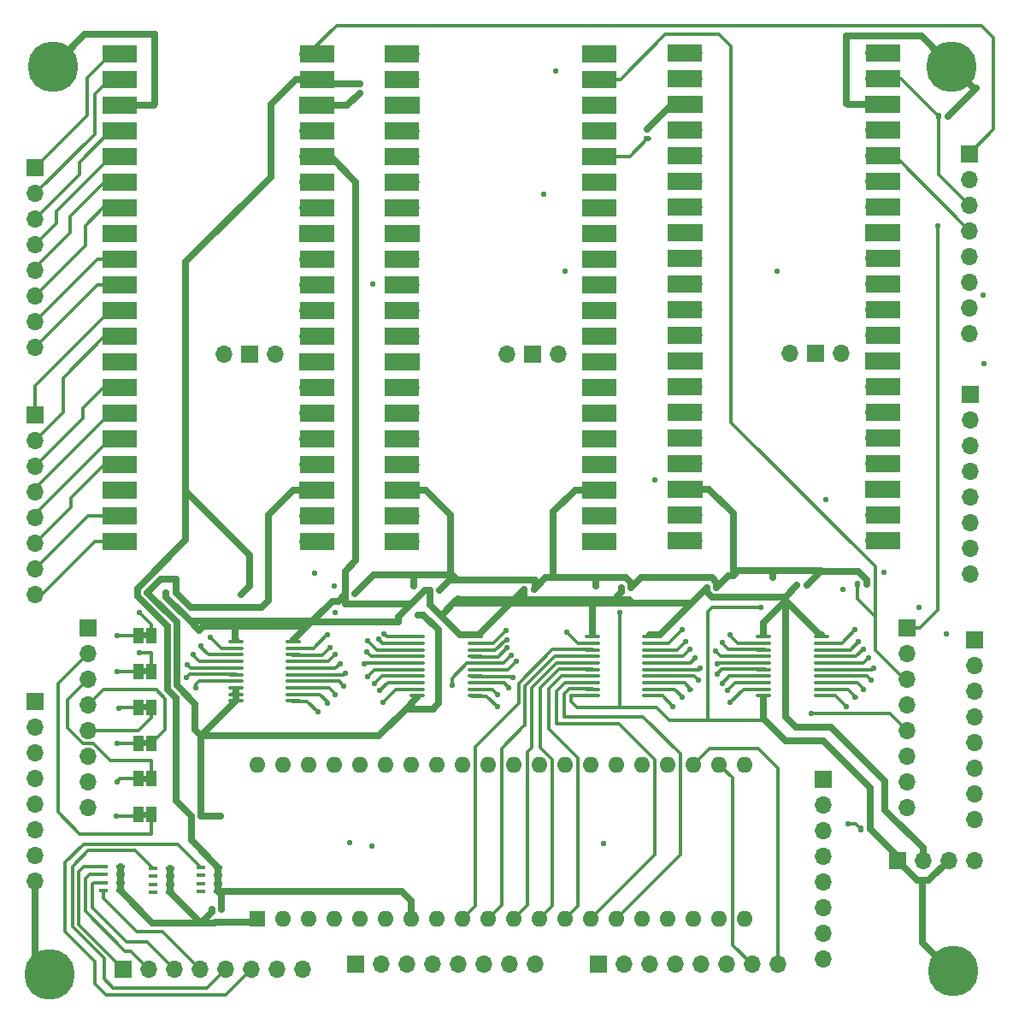
<source format=gtl>
G04 #@! TF.GenerationSoftware,KiCad,Pcbnew,7.0.11-7.0.11~ubuntu22.04.1*
G04 #@! TF.CreationDate,2024-09-18T23:24:04-04:00*
G04 #@! TF.ProjectId,tfr903d,74667239-3033-4642-9e6b-696361645f70,2024-09-18*
G04 #@! TF.SameCoordinates,Original*
G04 #@! TF.FileFunction,Copper,L1,Top*
G04 #@! TF.FilePolarity,Positive*
%FSLAX46Y46*%
G04 Gerber Fmt 4.6, Leading zero omitted, Abs format (unit mm)*
G04 Created by KiCad (PCBNEW 7.0.11-7.0.11~ubuntu22.04.1) date 2024-09-18 23:24:04*
%MOMM*%
%LPD*%
G01*
G04 APERTURE LIST*
G04 Aperture macros list*
%AMRoundRect*
0 Rectangle with rounded corners*
0 $1 Rounding radius*
0 $2 $3 $4 $5 $6 $7 $8 $9 X,Y pos of 4 corners*
0 Add a 4 corners polygon primitive as box body*
4,1,4,$2,$3,$4,$5,$6,$7,$8,$9,$2,$3,0*
0 Add four circle primitives for the rounded corners*
1,1,$1+$1,$2,$3*
1,1,$1+$1,$4,$5*
1,1,$1+$1,$6,$7*
1,1,$1+$1,$8,$9*
0 Add four rect primitives between the rounded corners*
20,1,$1+$1,$2,$3,$4,$5,0*
20,1,$1+$1,$4,$5,$6,$7,0*
20,1,$1+$1,$6,$7,$8,$9,0*
20,1,$1+$1,$8,$9,$2,$3,0*%
G04 Aperture macros list end*
G04 #@! TA.AperFunction,SMDPad,CuDef*
%ADD10RoundRect,0.140000X0.170000X-0.140000X0.170000X0.140000X-0.170000X0.140000X-0.170000X-0.140000X0*%
G04 #@! TD*
G04 #@! TA.AperFunction,SMDPad,CuDef*
%ADD11RoundRect,0.140000X-0.140000X-0.170000X0.140000X-0.170000X0.140000X0.170000X-0.140000X0.170000X0*%
G04 #@! TD*
G04 #@! TA.AperFunction,SMDPad,CuDef*
%ADD12R,1.000000X1.500000*%
G04 #@! TD*
G04 #@! TA.AperFunction,SMDPad,CuDef*
%ADD13R,0.900000X0.400000*%
G04 #@! TD*
G04 #@! TA.AperFunction,ComponentPad*
%ADD14O,1.700000X1.700000*%
G04 #@! TD*
G04 #@! TA.AperFunction,SMDPad,CuDef*
%ADD15R,3.500000X1.700000*%
G04 #@! TD*
G04 #@! TA.AperFunction,ComponentPad*
%ADD16R,1.700000X1.700000*%
G04 #@! TD*
G04 #@! TA.AperFunction,SMDPad,CuDef*
%ADD17RoundRect,0.100000X-0.637500X-0.100000X0.637500X-0.100000X0.637500X0.100000X-0.637500X0.100000X0*%
G04 #@! TD*
G04 #@! TA.AperFunction,ComponentPad*
%ADD18C,5.000000*%
G04 #@! TD*
G04 #@! TA.AperFunction,ComponentPad*
%ADD19R,1.600000X1.600000*%
G04 #@! TD*
G04 #@! TA.AperFunction,ComponentPad*
%ADD20O,1.600000X1.600000*%
G04 #@! TD*
G04 #@! TA.AperFunction,SMDPad,CuDef*
%ADD21RoundRect,0.140000X-0.170000X0.140000X-0.170000X-0.140000X0.170000X-0.140000X0.170000X0.140000X0*%
G04 #@! TD*
G04 #@! TA.AperFunction,SMDPad,CuDef*
%ADD22RoundRect,0.140000X0.140000X0.170000X-0.140000X0.170000X-0.140000X-0.170000X0.140000X-0.170000X0*%
G04 #@! TD*
G04 #@! TA.AperFunction,ViaPad*
%ADD23C,0.558800*%
G04 #@! TD*
G04 #@! TA.AperFunction,Conductor*
%ADD24C,0.635000*%
G04 #@! TD*
G04 #@! TA.AperFunction,Conductor*
%ADD25C,0.317600*%
G04 #@! TD*
G04 APERTURE END LIST*
G04 #@! TA.AperFunction,EtchedComponent*
G36*
X64900000Y-122500000D02*
G01*
X64400000Y-122500000D01*
X64400000Y-121900000D01*
X64900000Y-121900000D01*
X64900000Y-122500000D01*
G37*
G04 #@! TD.AperFunction*
G04 #@! TA.AperFunction,EtchedComponent*
G36*
X64900000Y-111850000D02*
G01*
X64400000Y-111850000D01*
X64400000Y-111250000D01*
X64900000Y-111250000D01*
X64900000Y-111850000D01*
G37*
G04 #@! TD.AperFunction*
G04 #@! TA.AperFunction,EtchedComponent*
G36*
X64900000Y-115400000D02*
G01*
X64400000Y-115400000D01*
X64400000Y-114800000D01*
X64900000Y-114800000D01*
X64900000Y-115400000D01*
G37*
G04 #@! TD.AperFunction*
G04 #@! TA.AperFunction,EtchedComponent*
G36*
X64900000Y-129600000D02*
G01*
X64400000Y-129600000D01*
X64400000Y-129000000D01*
X64900000Y-129000000D01*
X64900000Y-129600000D01*
G37*
G04 #@! TD.AperFunction*
G04 #@! TA.AperFunction,EtchedComponent*
G36*
X64900000Y-118950000D02*
G01*
X64400000Y-118950000D01*
X64400000Y-118350000D01*
X64900000Y-118350000D01*
X64900000Y-118950000D01*
G37*
G04 #@! TD.AperFunction*
G04 #@! TA.AperFunction,EtchedComponent*
G36*
X64900000Y-126050000D02*
G01*
X64400000Y-126050000D01*
X64400000Y-125450000D01*
X64900000Y-125450000D01*
X64900000Y-126050000D01*
G37*
G04 #@! TD.AperFunction*
D10*
X114400000Y-62400000D03*
X114400000Y-61440000D03*
D11*
X102220000Y-107000000D03*
X103180000Y-107000000D03*
D12*
X64000000Y-122200000D03*
X65300000Y-122200000D03*
D13*
X65450000Y-134600000D03*
X65450000Y-135400000D03*
X65450000Y-136200000D03*
X65450000Y-137000000D03*
X67150000Y-137000000D03*
X67150000Y-136200000D03*
X67150000Y-135400000D03*
X67150000Y-134600000D03*
D11*
X69240000Y-129400000D03*
X70200000Y-129400000D03*
D14*
X90995000Y-53960000D03*
D15*
X90095000Y-53960000D03*
D14*
X90995000Y-56500000D03*
D15*
X90095000Y-56500000D03*
D16*
X90995000Y-59040000D03*
D15*
X90095000Y-59040000D03*
D14*
X90995000Y-61580000D03*
D15*
X90095000Y-61580000D03*
D14*
X90995000Y-64120000D03*
D15*
X90095000Y-64120000D03*
D14*
X90995000Y-66660000D03*
D15*
X90095000Y-66660000D03*
D14*
X90995000Y-69200000D03*
D15*
X90095000Y-69200000D03*
D16*
X90995000Y-71740000D03*
D15*
X90095000Y-71740000D03*
D14*
X90995000Y-74280000D03*
D15*
X90095000Y-74280000D03*
D14*
X90995000Y-76820000D03*
D15*
X90095000Y-76820000D03*
D14*
X90995000Y-79360000D03*
D15*
X90095000Y-79360000D03*
D14*
X90995000Y-81900000D03*
D15*
X90095000Y-81900000D03*
D16*
X90995000Y-84440000D03*
D15*
X90095000Y-84440000D03*
D14*
X90995000Y-86980000D03*
D15*
X90095000Y-86980000D03*
D14*
X90995000Y-89520000D03*
D15*
X90095000Y-89520000D03*
D14*
X90995000Y-92060000D03*
D15*
X90095000Y-92060000D03*
D14*
X90995000Y-94600000D03*
D15*
X90095000Y-94600000D03*
D16*
X90995000Y-97140000D03*
D15*
X90095000Y-97140000D03*
D14*
X90995000Y-99680000D03*
D15*
X90095000Y-99680000D03*
D14*
X90995000Y-102220000D03*
D15*
X90095000Y-102220000D03*
D14*
X108775000Y-102220000D03*
D15*
X109675000Y-102220000D03*
D14*
X108775000Y-99680000D03*
D15*
X109675000Y-99680000D03*
D16*
X108775000Y-97140000D03*
D15*
X109675000Y-97140000D03*
D14*
X108775000Y-94600000D03*
D15*
X109675000Y-94600000D03*
D14*
X108775000Y-92060000D03*
D15*
X109675000Y-92060000D03*
D14*
X108775000Y-89520000D03*
D15*
X109675000Y-89520000D03*
D14*
X108775000Y-86980000D03*
D15*
X109675000Y-86980000D03*
D16*
X108775000Y-84440000D03*
D15*
X109675000Y-84440000D03*
D14*
X108775000Y-81900000D03*
D15*
X109675000Y-81900000D03*
D14*
X108775000Y-79360000D03*
D15*
X109675000Y-79360000D03*
D14*
X108775000Y-76820000D03*
D15*
X109675000Y-76820000D03*
D14*
X108775000Y-74280000D03*
D15*
X109675000Y-74280000D03*
D16*
X108775000Y-71740000D03*
D15*
X109675000Y-71740000D03*
D14*
X108775000Y-69200000D03*
D15*
X109675000Y-69200000D03*
D14*
X108775000Y-66660000D03*
D15*
X109675000Y-66660000D03*
D14*
X108775000Y-64120000D03*
D15*
X109675000Y-64120000D03*
D14*
X108775000Y-61580000D03*
D15*
X109675000Y-61580000D03*
D16*
X108775000Y-59040000D03*
D15*
X109675000Y-59040000D03*
D14*
X108775000Y-56500000D03*
D15*
X109675000Y-56500000D03*
D14*
X108775000Y-53960000D03*
D15*
X109675000Y-53960000D03*
D14*
X100469100Y-83690000D03*
D16*
X103009100Y-83690000D03*
D14*
X105549100Y-83690000D03*
D16*
X53800000Y-118080000D03*
D14*
X53800000Y-120620000D03*
X53800000Y-123160000D03*
X53800000Y-125700000D03*
X53800000Y-128240000D03*
X53800000Y-130780000D03*
X53800000Y-133320000D03*
X53800000Y-135860000D03*
D16*
X140100000Y-110800000D03*
D14*
X140100000Y-113340000D03*
X140100000Y-115880000D03*
X140100000Y-118420000D03*
X140100000Y-120960000D03*
X140100000Y-123500000D03*
X140100000Y-126040000D03*
X140100000Y-128580000D03*
D17*
X73637500Y-112175000D03*
X73637500Y-112825000D03*
X73637500Y-113475000D03*
X73637500Y-114125000D03*
X73637500Y-114775000D03*
X73637500Y-115425000D03*
X73637500Y-116075000D03*
X73637500Y-116725000D03*
X73637500Y-117375000D03*
X73637500Y-118025000D03*
X79362500Y-118025000D03*
X79362500Y-117375000D03*
X79362500Y-116725000D03*
X79362500Y-116075000D03*
X79362500Y-115425000D03*
X79362500Y-114775000D03*
X79362500Y-114125000D03*
X79362500Y-113475000D03*
X79362500Y-112825000D03*
X79362500Y-112175000D03*
D16*
X62485000Y-144600000D03*
D14*
X65025000Y-144600000D03*
X67565000Y-144600000D03*
X70105000Y-144600000D03*
X72645000Y-144600000D03*
X75185000Y-144600000D03*
X77725000Y-144600000D03*
X80265000Y-144600000D03*
D18*
X55195900Y-145095900D03*
D12*
X64000000Y-111550000D03*
X65300000Y-111550000D03*
D16*
X146300000Y-63880000D03*
D14*
X146300000Y-66420000D03*
X146300000Y-68960000D03*
X146300000Y-71500000D03*
X146300000Y-74040000D03*
X146300000Y-76580000D03*
X146300000Y-79120000D03*
X146300000Y-81660000D03*
D18*
X144565000Y-55240000D03*
D13*
X70200000Y-134500000D03*
X70200000Y-135300000D03*
X70200000Y-136100000D03*
X70200000Y-136900000D03*
X71900000Y-136900000D03*
X71900000Y-136100000D03*
X71900000Y-135300000D03*
X71900000Y-134500000D03*
D11*
X135520000Y-130700000D03*
X136480000Y-130700000D03*
D16*
X53790000Y-65240000D03*
D14*
X53790000Y-67780000D03*
X53790000Y-70320000D03*
X53790000Y-72860000D03*
X53790000Y-75400000D03*
X53790000Y-77940000D03*
X53790000Y-80480000D03*
X53790000Y-83020000D03*
D17*
X91637500Y-111675000D03*
X91637500Y-112325000D03*
X91637500Y-112975000D03*
X91637500Y-113625000D03*
X91637500Y-114275000D03*
X91637500Y-114925000D03*
X91637500Y-115575000D03*
X91637500Y-116225000D03*
X91637500Y-116875000D03*
X91637500Y-117525000D03*
X97362500Y-117525000D03*
X97362500Y-116875000D03*
X97362500Y-116225000D03*
X97362500Y-115575000D03*
X97362500Y-114925000D03*
X97362500Y-114275000D03*
X97362500Y-113625000D03*
X97362500Y-112975000D03*
X97362500Y-112325000D03*
X97362500Y-111675000D03*
X125937500Y-111675000D03*
X125937500Y-112325000D03*
X125937500Y-112975000D03*
X125937500Y-113625000D03*
X125937500Y-114275000D03*
X125937500Y-114925000D03*
X125937500Y-115575000D03*
X125937500Y-116225000D03*
X125937500Y-116875000D03*
X125937500Y-117525000D03*
X131662500Y-117525000D03*
X131662500Y-116875000D03*
X131662500Y-116225000D03*
X131662500Y-115575000D03*
X131662500Y-114925000D03*
X131662500Y-114275000D03*
X131662500Y-113625000D03*
X131662500Y-112975000D03*
X131662500Y-112325000D03*
X131662500Y-111675000D03*
D16*
X146800000Y-111980000D03*
D14*
X146800000Y-114520000D03*
X146800000Y-117060000D03*
X146800000Y-119600000D03*
X146800000Y-122140000D03*
X146800000Y-124680000D03*
X146800000Y-127220000D03*
X146800000Y-129760000D03*
D16*
X131800000Y-125780000D03*
D14*
X131800000Y-128320000D03*
X131800000Y-130860000D03*
X131800000Y-133400000D03*
X131800000Y-135940000D03*
X131800000Y-138480000D03*
X131800000Y-141020000D03*
X131800000Y-143560000D03*
D11*
X84500000Y-107400000D03*
X85460000Y-107400000D03*
D13*
X60500000Y-134400000D03*
X60500000Y-135200000D03*
X60500000Y-136000000D03*
X60500000Y-136800000D03*
X62200000Y-136800000D03*
X62200000Y-136000000D03*
X62200000Y-135200000D03*
X62200000Y-134400000D03*
D16*
X139180000Y-133800000D03*
D14*
X141720000Y-133800000D03*
X144260000Y-133800000D03*
X146800000Y-133800000D03*
D19*
X75805000Y-139575000D03*
D20*
X78345000Y-139575000D03*
X80885000Y-139575000D03*
X83425000Y-139575000D03*
X85965000Y-139575000D03*
X88505000Y-139575000D03*
X91045000Y-139575000D03*
X93585000Y-139575000D03*
X96125000Y-139575000D03*
X98665000Y-139575000D03*
X101205000Y-139575000D03*
X103745000Y-139575000D03*
X106285000Y-139575000D03*
X108825000Y-139575000D03*
X111365000Y-139575000D03*
X113905000Y-139575000D03*
X116445000Y-139575000D03*
X118985000Y-139575000D03*
X121525000Y-139575000D03*
X124065000Y-139575000D03*
X124065000Y-124335000D03*
X121525000Y-124335000D03*
X118985000Y-124335000D03*
X116445000Y-124335000D03*
X113905000Y-124335000D03*
X111365000Y-124335000D03*
X108825000Y-124335000D03*
X106285000Y-124335000D03*
X103745000Y-124335000D03*
X101205000Y-124335000D03*
X98665000Y-124335000D03*
X96125000Y-124335000D03*
X93585000Y-124335000D03*
X91045000Y-124335000D03*
X88505000Y-124335000D03*
X85965000Y-124335000D03*
X83425000Y-124335000D03*
X80885000Y-124335000D03*
X78345000Y-124335000D03*
X75805000Y-124335000D03*
D14*
X119035000Y-53940000D03*
D15*
X118135000Y-53940000D03*
D14*
X119035000Y-56480000D03*
D15*
X118135000Y-56480000D03*
D16*
X119035000Y-59020000D03*
D15*
X118135000Y-59020000D03*
D14*
X119035000Y-61560000D03*
D15*
X118135000Y-61560000D03*
D14*
X119035000Y-64100000D03*
D15*
X118135000Y-64100000D03*
D14*
X119035000Y-66640000D03*
D15*
X118135000Y-66640000D03*
D14*
X119035000Y-69180000D03*
D15*
X118135000Y-69180000D03*
D16*
X119035000Y-71720000D03*
D15*
X118135000Y-71720000D03*
D14*
X119035000Y-74260000D03*
D15*
X118135000Y-74260000D03*
D14*
X119035000Y-76800000D03*
D15*
X118135000Y-76800000D03*
D14*
X119035000Y-79340000D03*
D15*
X118135000Y-79340000D03*
D14*
X119035000Y-81880000D03*
D15*
X118135000Y-81880000D03*
D16*
X119035000Y-84420000D03*
D15*
X118135000Y-84420000D03*
D14*
X119035000Y-86960000D03*
D15*
X118135000Y-86960000D03*
D14*
X119035000Y-89500000D03*
D15*
X118135000Y-89500000D03*
D14*
X119035000Y-92040000D03*
D15*
X118135000Y-92040000D03*
D14*
X119035000Y-94580000D03*
D15*
X118135000Y-94580000D03*
D16*
X119035000Y-97120000D03*
D15*
X118135000Y-97120000D03*
D14*
X119035000Y-99660000D03*
D15*
X118135000Y-99660000D03*
D14*
X119035000Y-102200000D03*
D15*
X118135000Y-102200000D03*
D14*
X136815000Y-102200000D03*
D15*
X137715000Y-102200000D03*
D14*
X136815000Y-99660000D03*
D15*
X137715000Y-99660000D03*
D16*
X136815000Y-97120000D03*
D15*
X137715000Y-97120000D03*
D14*
X136815000Y-94580000D03*
D15*
X137715000Y-94580000D03*
D14*
X136815000Y-92040000D03*
D15*
X137715000Y-92040000D03*
D14*
X136815000Y-89500000D03*
D15*
X137715000Y-89500000D03*
D14*
X136815000Y-86960000D03*
D15*
X137715000Y-86960000D03*
D16*
X136815000Y-84420000D03*
D15*
X137715000Y-84420000D03*
D14*
X136815000Y-81880000D03*
D15*
X137715000Y-81880000D03*
D14*
X136815000Y-79340000D03*
D15*
X137715000Y-79340000D03*
D14*
X136815000Y-76800000D03*
D15*
X137715000Y-76800000D03*
D14*
X136815000Y-74260000D03*
D15*
X137715000Y-74260000D03*
D16*
X136815000Y-71720000D03*
D15*
X137715000Y-71720000D03*
D14*
X136815000Y-69180000D03*
D15*
X137715000Y-69180000D03*
D14*
X136815000Y-66640000D03*
D15*
X137715000Y-66640000D03*
D14*
X136815000Y-64100000D03*
D15*
X137715000Y-64100000D03*
D14*
X136815000Y-61560000D03*
D15*
X137715000Y-61560000D03*
D16*
X136815000Y-59020000D03*
D15*
X137715000Y-59020000D03*
D14*
X136815000Y-56480000D03*
D15*
X137715000Y-56480000D03*
D14*
X136815000Y-53940000D03*
D15*
X137715000Y-53940000D03*
D14*
X128509100Y-83670000D03*
D16*
X131049100Y-83670000D03*
D14*
X133589100Y-83670000D03*
D16*
X109525000Y-144100000D03*
D14*
X112065000Y-144100000D03*
X114605000Y-144100000D03*
X117145000Y-144100000D03*
X119685000Y-144100000D03*
X122225000Y-144100000D03*
X124765000Y-144100000D03*
X127305000Y-144100000D03*
D11*
X129240000Y-106600000D03*
X130200000Y-106600000D03*
D12*
X64000000Y-115100000D03*
X65300000Y-115100000D03*
D11*
X66740000Y-107300000D03*
X67700000Y-107300000D03*
X135200000Y-106500000D03*
X136160000Y-106500000D03*
D16*
X53790000Y-89710000D03*
D14*
X53790000Y-92250000D03*
X53790000Y-94790000D03*
X53790000Y-97330000D03*
X53790000Y-99870000D03*
X53790000Y-102410000D03*
X53790000Y-104950000D03*
X53790000Y-107490000D03*
D21*
X85900000Y-56920000D03*
X85900000Y-57880000D03*
D16*
X85525000Y-144100000D03*
D14*
X88065000Y-144100000D03*
X90605000Y-144100000D03*
X93145000Y-144100000D03*
X95685000Y-144100000D03*
X98225000Y-144100000D03*
X100765000Y-144100000D03*
X103305000Y-144100000D03*
D11*
X120320000Y-106800000D03*
X121280000Y-106800000D03*
X111840000Y-106800000D03*
X112800000Y-106800000D03*
X143240000Y-60200000D03*
X144200000Y-60200000D03*
D18*
X55505900Y-55234100D03*
X144735000Y-144760000D03*
D12*
X64000000Y-129300000D03*
X65300000Y-129300000D03*
X64000000Y-118650000D03*
X65300000Y-118650000D03*
D22*
X72230000Y-138650000D03*
X71270000Y-138650000D03*
D16*
X59000000Y-110820000D03*
D14*
X59000000Y-113360000D03*
X59000000Y-115900000D03*
X59000000Y-118440000D03*
X59000000Y-120980000D03*
X59000000Y-123520000D03*
X59000000Y-126060000D03*
X59000000Y-128600000D03*
D11*
X92840000Y-107100000D03*
X93800000Y-107100000D03*
D14*
X63020000Y-54020000D03*
D15*
X62120000Y-54020000D03*
D14*
X63020000Y-56560000D03*
D15*
X62120000Y-56560000D03*
D16*
X63020000Y-59100000D03*
D15*
X62120000Y-59100000D03*
D14*
X63020000Y-61640000D03*
D15*
X62120000Y-61640000D03*
D14*
X63020000Y-64180000D03*
D15*
X62120000Y-64180000D03*
D14*
X63020000Y-66720000D03*
D15*
X62120000Y-66720000D03*
D14*
X63020000Y-69260000D03*
D15*
X62120000Y-69260000D03*
D16*
X63020000Y-71800000D03*
D15*
X62120000Y-71800000D03*
D14*
X63020000Y-74340000D03*
D15*
X62120000Y-74340000D03*
D14*
X63020000Y-76880000D03*
D15*
X62120000Y-76880000D03*
D14*
X63020000Y-79420000D03*
D15*
X62120000Y-79420000D03*
D14*
X63020000Y-81960000D03*
D15*
X62120000Y-81960000D03*
D16*
X63020000Y-84500000D03*
D15*
X62120000Y-84500000D03*
D14*
X63020000Y-87040000D03*
D15*
X62120000Y-87040000D03*
D14*
X63020000Y-89580000D03*
D15*
X62120000Y-89580000D03*
D14*
X63020000Y-92120000D03*
D15*
X62120000Y-92120000D03*
D14*
X63020000Y-94660000D03*
D15*
X62120000Y-94660000D03*
D16*
X63020000Y-97200000D03*
D15*
X62120000Y-97200000D03*
D14*
X63020000Y-99740000D03*
D15*
X62120000Y-99740000D03*
D14*
X63020000Y-102280000D03*
D15*
X62120000Y-102280000D03*
D14*
X80800000Y-102280000D03*
D15*
X81700000Y-102280000D03*
D14*
X80800000Y-99740000D03*
D15*
X81700000Y-99740000D03*
D16*
X80800000Y-97200000D03*
D15*
X81700000Y-97200000D03*
D14*
X80800000Y-94660000D03*
D15*
X81700000Y-94660000D03*
D14*
X80800000Y-92120000D03*
D15*
X81700000Y-92120000D03*
D14*
X80800000Y-89580000D03*
D15*
X81700000Y-89580000D03*
D14*
X80800000Y-87040000D03*
D15*
X81700000Y-87040000D03*
D16*
X80800000Y-84500000D03*
D15*
X81700000Y-84500000D03*
D14*
X80800000Y-81960000D03*
D15*
X81700000Y-81960000D03*
D14*
X80800000Y-79420000D03*
D15*
X81700000Y-79420000D03*
D14*
X80800000Y-76880000D03*
D15*
X81700000Y-76880000D03*
D14*
X80800000Y-74340000D03*
D15*
X81700000Y-74340000D03*
D16*
X80800000Y-71800000D03*
D15*
X81700000Y-71800000D03*
D14*
X80800000Y-69260000D03*
D15*
X81700000Y-69260000D03*
D14*
X80800000Y-66720000D03*
D15*
X81700000Y-66720000D03*
D14*
X80800000Y-64180000D03*
D15*
X81700000Y-64180000D03*
D14*
X80800000Y-61640000D03*
D15*
X81700000Y-61640000D03*
D16*
X80800000Y-59100000D03*
D15*
X81700000Y-59100000D03*
D14*
X80800000Y-56560000D03*
D15*
X81700000Y-56560000D03*
D14*
X80800000Y-54020000D03*
D15*
X81700000Y-54020000D03*
D14*
X72494100Y-83750000D03*
D16*
X75034100Y-83750000D03*
D14*
X77574100Y-83750000D03*
D16*
X146400000Y-87720000D03*
D14*
X146400000Y-90260000D03*
X146400000Y-92800000D03*
X146400000Y-95340000D03*
X146400000Y-97880000D03*
X146400000Y-100420000D03*
X146400000Y-102960000D03*
X146400000Y-105500000D03*
D17*
X108925000Y-111675000D03*
X108925000Y-112325000D03*
X108925000Y-112975000D03*
X108925000Y-113625000D03*
X108925000Y-114275000D03*
X108925000Y-114925000D03*
X108925000Y-115575000D03*
X108925000Y-116225000D03*
X108925000Y-116875000D03*
X108925000Y-117525000D03*
X114650000Y-117525000D03*
X114650000Y-116875000D03*
X114650000Y-116225000D03*
X114650000Y-115575000D03*
X114650000Y-114925000D03*
X114650000Y-114275000D03*
X114650000Y-113625000D03*
X114650000Y-112975000D03*
X114650000Y-112325000D03*
X114650000Y-111675000D03*
D12*
X64000000Y-125750000D03*
X65300000Y-125750000D03*
D23*
X74150000Y-107500000D03*
X72100000Y-129400000D03*
X125650000Y-108800000D03*
X109300000Y-106700000D03*
X111650000Y-109302500D03*
X91250000Y-106650000D03*
X126850000Y-105850000D03*
X91700000Y-109500000D03*
X115151600Y-96185700D03*
X134320800Y-130182500D03*
X127225400Y-75530000D03*
X141294100Y-108807100D03*
X118156000Y-112194000D03*
X100471000Y-111967000D03*
X105350000Y-55650000D03*
X100540000Y-112782000D03*
X118650000Y-112900000D03*
X119150000Y-113800000D03*
X83358600Y-106661900D03*
X100918000Y-113505000D03*
X95050000Y-116450000D03*
X119650000Y-114800000D03*
X101415000Y-114148000D03*
X87214600Y-76746600D03*
X104109400Y-67922800D03*
X101066000Y-115682000D03*
X119450000Y-116000000D03*
X118650000Y-116900000D03*
X100693000Y-116707800D03*
X99550000Y-117400000D03*
X117850000Y-117700000D03*
X106242800Y-75542800D03*
X99531200Y-118607800D03*
X116950000Y-118600000D03*
X135300000Y-112200000D03*
X82987500Y-112725000D03*
X132092200Y-98098400D03*
X135800000Y-112900000D03*
X83487500Y-113425000D03*
X83987500Y-114325000D03*
X136300000Y-113800000D03*
X136800000Y-114800000D03*
X133802300Y-107029000D03*
X84487500Y-115325000D03*
X136600000Y-116000000D03*
X84287500Y-116525000D03*
X135800000Y-116900000D03*
X83487500Y-117425000D03*
X82687500Y-118225000D03*
X135000000Y-117700000D03*
X81787500Y-119125000D03*
X134100000Y-118600000D03*
X81467900Y-105372700D03*
X87758100Y-111945000D03*
X86700000Y-112050000D03*
X86600000Y-113200000D03*
X86400000Y-114400000D03*
X86660600Y-115639000D03*
X87360600Y-116339000D03*
X87903500Y-117017000D03*
X88200000Y-118200000D03*
X106462000Y-111225000D03*
X122612000Y-111475000D03*
X121812000Y-112275000D03*
X121161400Y-113098499D03*
X121298689Y-114350311D03*
X121312000Y-115375000D03*
X121812000Y-116275000D03*
X122312000Y-116975000D03*
X122612000Y-118175000D03*
X71118800Y-111725000D03*
X70218800Y-112625000D03*
X69418800Y-113425000D03*
X68814400Y-114409000D03*
X68714400Y-115739000D03*
X69650000Y-116750000D03*
X83494900Y-109252600D03*
X88345200Y-111383000D03*
X82687500Y-111525000D03*
X100431000Y-111025000D03*
X135000000Y-111000000D03*
X117850000Y-111000000D03*
X110100000Y-132150000D03*
X143200000Y-71000000D03*
X137873700Y-105332300D03*
X130600000Y-119300000D03*
X147765900Y-84669900D03*
X64050000Y-113250000D03*
X144011000Y-111390700D03*
X64100000Y-109250000D03*
X147633700Y-77844700D03*
X62039460Y-118789460D03*
X61850000Y-122250000D03*
X61869090Y-126046630D03*
X61800000Y-129400000D03*
X87150000Y-132400000D03*
X61907800Y-111542386D03*
X84897800Y-132052000D03*
X61900000Y-115150000D03*
D24*
X71900000Y-135300000D02*
X71900000Y-134500000D01*
X67747500Y-127908000D02*
X69240000Y-129400000D01*
X67747500Y-117774898D02*
X67747500Y-127908000D01*
X75000000Y-103600000D02*
X75000000Y-106650000D01*
X69240000Y-129400000D02*
X69240000Y-131840000D01*
X69240000Y-131840000D02*
X71900000Y-134500000D01*
X91045000Y-139575000D02*
X91045000Y-137845000D01*
X63897500Y-107695000D02*
X66847500Y-110645000D01*
X90100000Y-136900000D02*
X71900000Y-136900000D01*
X71900000Y-136100000D02*
X71900000Y-135300000D01*
X72230000Y-138650000D02*
X72230000Y-137230000D01*
X66847500Y-116874898D02*
X67747500Y-117774898D01*
X68700000Y-97300000D02*
X75000000Y-103600000D01*
X72230000Y-137230000D02*
X71900000Y-136900000D01*
X85900000Y-56920000D02*
X81160000Y-56920000D01*
X79597900Y-56560000D02*
X77150000Y-59007900D01*
X63897500Y-106905000D02*
X63897500Y-107695000D01*
X75000000Y-106650000D02*
X74150000Y-107500000D01*
X68700000Y-97300000D02*
X68700000Y-102103000D01*
X68700000Y-102103000D02*
X63897500Y-106905000D01*
X81160000Y-56920000D02*
X80800000Y-56560000D01*
X66847500Y-110645000D02*
X66847500Y-116874898D01*
X91045000Y-137845000D02*
X90100000Y-136900000D01*
X68700000Y-74600000D02*
X68700000Y-97300000D01*
X71900000Y-136900000D02*
X71900000Y-136100000D01*
X80800000Y-56560000D02*
X79597900Y-56560000D01*
X77150000Y-66150000D02*
X68700000Y-74600000D01*
X77150000Y-59007900D02*
X77150000Y-66150000D01*
X103180000Y-107000000D02*
X104332000Y-105848000D01*
D25*
X120400000Y-109200000D02*
X120800000Y-108800000D01*
X120400000Y-119950000D02*
X125750000Y-119950000D01*
X116600000Y-119950000D02*
X120400000Y-119950000D01*
D24*
X67700000Y-107300000D02*
X67700000Y-105950000D01*
X115750000Y-60090000D02*
X114400000Y-61440000D01*
X67800000Y-116480359D02*
X69637500Y-118317859D01*
D25*
X120400000Y-119950000D02*
X120405700Y-119944300D01*
D24*
X73612500Y-117350000D02*
X73637500Y-117375000D01*
D25*
X120405700Y-109205700D02*
X120400000Y-109200000D01*
D24*
X107290000Y-97140000D02*
X105100000Y-99330000D01*
X66200000Y-105950000D02*
X64850000Y-107300000D01*
X103298000Y-106048000D02*
X103300000Y-106050000D01*
X112800000Y-106350000D02*
X112800000Y-106800000D01*
X71270000Y-138650000D02*
X71270000Y-138880000D01*
D25*
X125750000Y-119950000D02*
X125937500Y-119762500D01*
D24*
X65400000Y-140000000D02*
X70150000Y-140000000D01*
X136815000Y-59020000D02*
X134270000Y-59020000D01*
D25*
X111650000Y-118650000D02*
X111650000Y-109302500D01*
X109044000Y-117525000D02*
X108925000Y-117525000D01*
D24*
X53800000Y-143700000D02*
X55195900Y-145095900D01*
X93800000Y-107100000D02*
X94576700Y-106323700D01*
X94950000Y-105398000D02*
X95600000Y-106048000D01*
X122900000Y-105648000D02*
X123398000Y-105150000D01*
X87837500Y-121462000D02*
X90474926Y-118824926D01*
X122900000Y-99500000D02*
X122900000Y-105648000D01*
D25*
X106881000Y-117525000D02*
X106850000Y-117556000D01*
X108925000Y-117525000D02*
X106881000Y-117525000D01*
D24*
X63020000Y-59100000D02*
X65500000Y-59100000D01*
X67150000Y-137000000D02*
X67150000Y-136200000D01*
X70150000Y-140000000D02*
X71525000Y-140000000D01*
X141650000Y-141950000D02*
X144460000Y-144760000D01*
X70200000Y-129400000D02*
X70200000Y-121462000D01*
X90474926Y-118824926D02*
X91590000Y-117710000D01*
X141650000Y-135800000D02*
X142260000Y-135800000D01*
X67150000Y-135400000D02*
X67150000Y-134600000D01*
D25*
X73656200Y-117350000D02*
X73612500Y-117350000D01*
D24*
X64850000Y-107300000D02*
X67800000Y-110250000D01*
X94852500Y-106048000D02*
X95600000Y-106048000D01*
X134200000Y-52200000D02*
X141000000Y-52200000D01*
X94950000Y-99610000D02*
X94950000Y-105398000D01*
X85900000Y-57880000D02*
X84680000Y-59100000D01*
X62200000Y-135200000D02*
X62200000Y-136000000D01*
X144200000Y-60200000D02*
X146990000Y-57410000D01*
X136160000Y-106050000D02*
X136160000Y-106500000D01*
X120520000Y-97120000D02*
X122900000Y-99500000D01*
D25*
X73700000Y-118025000D02*
X73637500Y-118025000D01*
D24*
X76200000Y-108800000D02*
X76900000Y-108100000D01*
X90995000Y-97140000D02*
X92480000Y-97140000D01*
X71525000Y-140000000D02*
X71625000Y-139900000D01*
X135310000Y-105200000D02*
X136160000Y-106050000D01*
X93175074Y-118824926D02*
X93200000Y-118800000D01*
X69637500Y-118317859D02*
X69637500Y-120900000D01*
X85460000Y-107400000D02*
X87260000Y-105600000D01*
X95600000Y-106048000D02*
X103298000Y-106048000D01*
X105100000Y-105848000D02*
X109300000Y-105848000D01*
X91590000Y-117710000D02*
X91637500Y-117710000D01*
X67150000Y-136200000D02*
X67150000Y-135400000D01*
X134150000Y-52250000D02*
X134200000Y-52200000D01*
X95100000Y-105600000D02*
X95100000Y-105800400D01*
X67700000Y-105950000D02*
X66200000Y-105950000D01*
X134150000Y-58900000D02*
X134150000Y-52250000D01*
X115750000Y-60075000D02*
X115750000Y-60090000D01*
X65650000Y-52050000D02*
X58690000Y-52050000D01*
X93200000Y-118800000D02*
X93700000Y-118300000D01*
X136480000Y-130700000D02*
X136480000Y-126630000D01*
X120777000Y-105848000D02*
X121280000Y-106350000D01*
X70200000Y-129400000D02*
X72100000Y-129400000D01*
X69200000Y-108800000D02*
X76200000Y-108800000D01*
X67800000Y-110250000D02*
X67800000Y-116480359D01*
X126850000Y-105150000D02*
X126850000Y-105850000D01*
X139180000Y-133800000D02*
X139180000Y-133400000D01*
D25*
X107450000Y-118650000D02*
X111650000Y-118650000D01*
D24*
X131800000Y-121950000D02*
X128100000Y-121950000D01*
D25*
X106850000Y-118050000D02*
X107450000Y-118650000D01*
D24*
X125937500Y-119787500D02*
X125937500Y-119762500D01*
X73637500Y-118025000D02*
X73637500Y-117375000D01*
X84680000Y-59100000D02*
X80800000Y-59100000D01*
X90474926Y-118824926D02*
X93175074Y-118824926D01*
X146735000Y-57410000D02*
X144565000Y-55240000D01*
D25*
X106850000Y-117556000D02*
X106850000Y-118050000D01*
D24*
X144460000Y-144760000D02*
X144735000Y-144760000D01*
X91250000Y-105600000D02*
X91250000Y-106650000D01*
X75805000Y-139575000D02*
X75480000Y-139900000D01*
D25*
X125650000Y-108800000D02*
X125700000Y-108800000D01*
D24*
X112800000Y-106800000D02*
X113752000Y-105848000D01*
X139180000Y-133400000D02*
X136480000Y-130700000D01*
X123398000Y-105150000D02*
X126850000Y-105150000D01*
X141180000Y-135800000D02*
X141650000Y-135800000D01*
X69637500Y-120900000D02*
X70200000Y-121462000D01*
X122432000Y-105648000D02*
X122900000Y-105648000D01*
X141000000Y-52200000D02*
X141050000Y-52250000D01*
X91250000Y-105600000D02*
X95100000Y-105600000D01*
X113752000Y-105848000D02*
X120777000Y-105848000D01*
X136480000Y-126630000D02*
X131800000Y-121950000D01*
X67700000Y-107300000D02*
X69200000Y-108800000D01*
X141050000Y-52250000D02*
X141575000Y-52250000D01*
X142260000Y-135800000D02*
X144260000Y-133800000D01*
X121280000Y-106350000D02*
X121280000Y-106800000D01*
X103300000Y-106880000D02*
X103180000Y-107000000D01*
X71270000Y-138880000D02*
X70150000Y-140000000D01*
D25*
X115300000Y-118650000D02*
X116600000Y-119950000D01*
D24*
X93700000Y-118300000D02*
X93700000Y-111000000D01*
X141650000Y-135800000D02*
X141650000Y-141950000D01*
X53800000Y-135860000D02*
X53800000Y-143700000D01*
X131550000Y-105150000D02*
X131600000Y-105200000D01*
X75480000Y-139900000D02*
X71625000Y-139900000D01*
X134270000Y-59020000D02*
X134150000Y-58900000D01*
X126850000Y-105150000D02*
X131550000Y-105150000D01*
X95100000Y-105800400D02*
X94576700Y-106323700D01*
D25*
X120405700Y-119944300D02*
X120405700Y-109205700D01*
D24*
X58690000Y-52050000D02*
X55505900Y-55234100D01*
X70200000Y-121462000D02*
X87837500Y-121462000D01*
X76900000Y-99615000D02*
X79315000Y-97200000D01*
X93700000Y-111000000D02*
X92200000Y-109500000D01*
X92480000Y-97140000D02*
X94950000Y-99610000D01*
X112297000Y-105848000D02*
X112800000Y-106350000D01*
X87260000Y-105600000D02*
X91250000Y-105600000D01*
X92200000Y-109500000D02*
X91700000Y-109500000D01*
D25*
X120800000Y-108800000D02*
X125650000Y-108800000D01*
D24*
X105100000Y-99330000D02*
X105100000Y-105848000D01*
D25*
X111650000Y-118650000D02*
X115300000Y-118650000D01*
D24*
X104332000Y-105848000D02*
X105100000Y-105848000D01*
X65650000Y-58950000D02*
X65650000Y-52050000D01*
X121280000Y-106800000D02*
X122432000Y-105648000D01*
X109300000Y-105848000D02*
X109300000Y-106700000D01*
X130200000Y-106600000D02*
X131600000Y-105200000D01*
X139180000Y-133800000D02*
X141180000Y-135800000D01*
X73637500Y-117375000D02*
X73637500Y-116910000D01*
X79315000Y-97200000D02*
X80800000Y-97200000D01*
X131600000Y-105200000D02*
X135310000Y-105200000D01*
X62200000Y-136800000D02*
X65400000Y-140000000D01*
X146990000Y-57410000D02*
X146735000Y-57410000D01*
X119035000Y-59020000D02*
X116805000Y-59020000D01*
X62200000Y-134400000D02*
X62200000Y-135200000D01*
X103300000Y-106050000D02*
X103300000Y-106880000D01*
X62200000Y-136000000D02*
X62200000Y-136800000D01*
X94576700Y-106323700D02*
X94852500Y-106048000D01*
X128100000Y-121950000D02*
X125937500Y-119787500D01*
X125937500Y-119762500D02*
X125937500Y-117710000D01*
X119035000Y-97120000D02*
X120520000Y-97120000D01*
X91700000Y-109500000D02*
X91850000Y-109500000D01*
X70150000Y-140000000D02*
X67150000Y-137000000D01*
X108775000Y-97140000D02*
X107290000Y-97140000D01*
X65500000Y-59100000D02*
X65650000Y-58950000D01*
X76900000Y-99615000D02*
X76900000Y-108100000D01*
X141575000Y-52250000D02*
X144565000Y-55240000D01*
X109300000Y-105848000D02*
X112297000Y-105848000D01*
X70200000Y-121462000D02*
X73637500Y-118025000D01*
X116805000Y-59020000D02*
X115750000Y-60075000D01*
X109000000Y-108000000D02*
X109000000Y-111490000D01*
X114651000Y-111490000D02*
X114650500Y-111490000D01*
X128095000Y-108108000D02*
X131478000Y-111490000D01*
X114652000Y-111490000D02*
X114651000Y-111490000D01*
X118770000Y-108350000D02*
X119368000Y-107752000D01*
X128095000Y-108108000D02*
X125938000Y-110265000D01*
X83030000Y-64180000D02*
X85550000Y-66700000D01*
X114665400Y-111490000D02*
X114657700Y-111490000D01*
X112940000Y-108350000D02*
X95500000Y-108350000D01*
X125938000Y-110265000D02*
X125938000Y-111490000D01*
X131478000Y-111490000D02*
X131662000Y-111490000D01*
X137950000Y-128827919D02*
X141720000Y-132597919D01*
X89750000Y-110250000D02*
X89750000Y-109700000D01*
X114650100Y-111490000D02*
X114650000Y-111490000D01*
X128095000Y-107745000D02*
X129240000Y-106600000D01*
X83202200Y-108150000D02*
X80726200Y-110626000D01*
X128095000Y-107745000D02*
X128095000Y-108108000D01*
X120320000Y-106800000D02*
X120320000Y-107250000D01*
X128095000Y-108108000D02*
X128095000Y-119595000D01*
X111400000Y-108000000D02*
X112590000Y-108000000D01*
X73550000Y-110626000D02*
X80726200Y-110626000D01*
X102220000Y-108000000D02*
X95750000Y-108000000D01*
X111400000Y-108000000D02*
X111400000Y-107690000D01*
X81102200Y-110250000D02*
X81007164Y-110154964D01*
X102220000Y-107000000D02*
X102220000Y-108000000D01*
X84500000Y-107450000D02*
X83800000Y-108150000D01*
X128088000Y-107752000D02*
X128095000Y-107745000D01*
X95750000Y-108000000D02*
X95650000Y-107900000D01*
X109000000Y-111490000D02*
X108925000Y-111490000D01*
X115630000Y-111490000D02*
X115140000Y-111490000D01*
X120823000Y-107752000D02*
X128088000Y-107752000D01*
X129100000Y-120600000D02*
X132600000Y-120600000D01*
X94025000Y-109675000D02*
X95840000Y-111490000D01*
X114650500Y-111490000D02*
X114650300Y-111490000D01*
X111400000Y-107690000D02*
X111840000Y-107250000D01*
X95350000Y-108200000D02*
X94025000Y-109525000D01*
X80726200Y-110626000D02*
X81102200Y-110250000D01*
X94025000Y-109525000D02*
X94025000Y-109675000D01*
X114711300Y-111490000D02*
X114680700Y-111490000D01*
X91050000Y-108400000D02*
X92350000Y-107100000D01*
X89750000Y-109700000D02*
X91050000Y-108400000D01*
X81007164Y-110154964D02*
X69145036Y-110154964D01*
X95500000Y-108350000D02*
X95350000Y-108200000D01*
X141720000Y-132597919D02*
X141720000Y-133800000D01*
X70045100Y-111055000D02*
X70473800Y-110626000D01*
X92840000Y-107100000D02*
X92840000Y-108490000D01*
X69145036Y-110154964D02*
X70045100Y-111055000D01*
X92840000Y-108490000D02*
X94025000Y-109675000D01*
X73550000Y-111990000D02*
X73637500Y-111990000D01*
X114657700Y-111490000D02*
X114653900Y-111490000D01*
X132600000Y-120600000D02*
X137950000Y-125950000D01*
X114895000Y-111490000D02*
X114772500Y-111490000D01*
X119375000Y-107745000D02*
X119368000Y-107752000D01*
X81102200Y-110250000D02*
X89750000Y-110250000D01*
X114653900Y-111490000D02*
X114652000Y-111490000D01*
X119368000Y-107752000D02*
X119375000Y-107745000D01*
X73550000Y-110626000D02*
X73550000Y-111990000D01*
X80800000Y-64180000D02*
X83030000Y-64180000D01*
X97730000Y-111490000D02*
X102220000Y-107000000D01*
X70473800Y-110626000D02*
X73550000Y-110626000D01*
X84500000Y-107400000D02*
X84500000Y-107450000D01*
X111840000Y-107250000D02*
X111840000Y-106800000D01*
X128095000Y-119595000D02*
X129100000Y-120600000D01*
X85550000Y-66700000D02*
X85550000Y-104150000D01*
X114650200Y-111490000D02*
X114650100Y-111490000D01*
X84500000Y-108400000D02*
X91050000Y-108400000D01*
X66740000Y-107750000D02*
X69145036Y-110154964D01*
X114680700Y-111490000D02*
X114665400Y-111490000D01*
X92350000Y-107100000D02*
X92840000Y-107100000D01*
X84500000Y-107400000D02*
X84500000Y-108400000D01*
X115140000Y-111490000D02*
X114895000Y-111490000D01*
X84500000Y-105200000D02*
X84500000Y-107400000D01*
X112590000Y-108000000D02*
X112940000Y-108350000D01*
X66740000Y-107300000D02*
X66740000Y-107750000D01*
X120320000Y-107250000D02*
X120823000Y-107752000D01*
X112940000Y-108350000D02*
X118770000Y-108350000D01*
X95840000Y-111490000D02*
X97730000Y-111490000D01*
X137950000Y-125950000D02*
X137950000Y-128827919D01*
X114772500Y-111490000D02*
X114711300Y-111490000D01*
X114650300Y-111490000D02*
X114650200Y-111490000D01*
X109000000Y-108000000D02*
X111400000Y-108000000D01*
X85550000Y-104150000D02*
X84500000Y-105200000D01*
X111840000Y-106800000D02*
X111840000Y-107157000D01*
X119368000Y-107752000D02*
X115630000Y-111490000D01*
X83800000Y-108150000D02*
X83202200Y-108150000D01*
X102220000Y-108000000D02*
X109000000Y-108000000D01*
X80726200Y-110626000D02*
X79362500Y-111990000D01*
X95650000Y-107900000D02*
X95350000Y-108200000D01*
X119375000Y-107745000D02*
X120320000Y-106800000D01*
D25*
X122700000Y-53250000D02*
X121500000Y-52050000D01*
X136975000Y-113025000D02*
X139830000Y-115880000D01*
X116200000Y-52050000D02*
X111750000Y-56500000D01*
X135200000Y-106500000D02*
X135200000Y-106810000D01*
X135200000Y-107950000D02*
X136975000Y-109725000D01*
X135200000Y-106500000D02*
X135200000Y-107950000D01*
X136975000Y-109725000D02*
X136975000Y-104725000D01*
X121500000Y-52050000D02*
X116200000Y-52050000D01*
X136975000Y-109725000D02*
X136975000Y-113025000D01*
X111750000Y-56500000D02*
X108775000Y-56500000D01*
X122700000Y-90450000D02*
X122700000Y-53250000D01*
X136975000Y-104725000D02*
X122700000Y-90450000D01*
X139830000Y-115880000D02*
X140100000Y-115880000D01*
X112680000Y-64120000D02*
X114400000Y-62400000D01*
X114625000Y-62400000D02*
X114400000Y-62400000D01*
X108775000Y-64120000D02*
X112680000Y-64120000D01*
X143240000Y-60200000D02*
X139520000Y-56480000D01*
X139520000Y-56480000D02*
X136815000Y-56480000D01*
X146300000Y-68960000D02*
X143240000Y-65900000D01*
X143240000Y-65900000D02*
X143240000Y-60200000D01*
X138900000Y-64100000D02*
X146300000Y-71500000D01*
X135002500Y-130182500D02*
X135520000Y-130700000D01*
X134320800Y-130182500D02*
X135002500Y-130182500D01*
X136815000Y-64100000D02*
X138900000Y-64100000D01*
X100375000Y-111967000D02*
X100471000Y-111967000D01*
X58950000Y-60080000D02*
X58950000Y-56357200D01*
X96993800Y-113000000D02*
X97387500Y-113000000D01*
X114650000Y-112975000D02*
X117375000Y-112975000D01*
X97387500Y-113000000D02*
X99342500Y-113000000D01*
X117375000Y-112975000D02*
X118156000Y-112194000D01*
X99342500Y-113000000D02*
X100375000Y-111967000D01*
X97387500Y-113000000D02*
X97362500Y-112975000D01*
X53790000Y-65240000D02*
X58950000Y-60080000D01*
X61287200Y-54020000D02*
X63020000Y-54020000D01*
X58950000Y-56357200D02*
X61287200Y-54020000D01*
X114412000Y-112975000D02*
X114650000Y-112975000D01*
X117925000Y-113625000D02*
X118650000Y-112900000D01*
X61107500Y-56560000D02*
X63020000Y-56560000D01*
X59650000Y-61920000D02*
X59650000Y-58017500D01*
X97387500Y-113650000D02*
X97362500Y-113625000D01*
X53790000Y-67780000D02*
X59650000Y-61920000D01*
X114650000Y-113625000D02*
X117925000Y-113625000D01*
X59650000Y-58017500D02*
X61107500Y-56560000D01*
X96993800Y-113650000D02*
X97387500Y-113650000D01*
X99671400Y-113650000D02*
X100540000Y-112782000D01*
X114412000Y-113625000D02*
X114650000Y-113625000D01*
X97387500Y-113650000D02*
X99671400Y-113650000D01*
X53790000Y-70320000D02*
X58150000Y-65960000D01*
X61234500Y-61640000D02*
X63020000Y-61640000D01*
X58150000Y-64724500D02*
X61234500Y-61640000D01*
X97387500Y-114300000D02*
X96522020Y-114300000D01*
X114650000Y-114275000D02*
X118675000Y-114275000D01*
X118675000Y-114275000D02*
X119150000Y-113800000D01*
X97387500Y-114300000D02*
X100123000Y-114300000D01*
X114412000Y-114275000D02*
X114650000Y-114275000D01*
X97387500Y-114300000D02*
X97362500Y-114275000D01*
X58150000Y-65960000D02*
X58150000Y-64724500D01*
X96522020Y-114300000D02*
X95050000Y-115772020D01*
X100123000Y-114300000D02*
X100918000Y-113505000D01*
X95050000Y-115772020D02*
X95050000Y-116450000D01*
X114650000Y-114925000D02*
X119525000Y-114925000D01*
X53790000Y-72860000D02*
X55900000Y-70750000D01*
X114412000Y-114925000D02*
X114650000Y-114925000D01*
X55900000Y-70750000D02*
X55900000Y-69550000D01*
X119525000Y-114925000D02*
X119650000Y-114800000D01*
X96993800Y-114950000D02*
X97387500Y-114950000D01*
X97387500Y-114950000D02*
X97362500Y-114925000D01*
X61270000Y-64180000D02*
X63020000Y-64180000D01*
X100613000Y-114950000D02*
X101415000Y-114148000D01*
X55900000Y-69550000D02*
X61270000Y-64180000D01*
X97387500Y-114950000D02*
X100613000Y-114950000D01*
X119450000Y-116000000D02*
X119350000Y-115900000D01*
X114650000Y-115575000D02*
X119025000Y-115575000D01*
X57250000Y-71691800D02*
X57250000Y-70050000D01*
X119025000Y-115575000D02*
X119350000Y-115900000D01*
X96993800Y-115600000D02*
X97387500Y-115600000D01*
X53790000Y-75400000D02*
X53790000Y-75151800D01*
X57250000Y-70050000D02*
X60580000Y-66720000D01*
X53790000Y-75151800D02*
X57250000Y-71691800D01*
X97387500Y-115600000D02*
X97362500Y-115575000D01*
X119350000Y-115900000D02*
X119450000Y-116000000D01*
X114412000Y-115575000D02*
X114650000Y-115575000D01*
X97387500Y-115600000D02*
X100984000Y-115600000D01*
X100984000Y-115600000D02*
X101066000Y-115682000D01*
X60580000Y-66720000D02*
X63020000Y-66720000D01*
X96993800Y-116250000D02*
X97387500Y-116250000D01*
X100235200Y-116250000D02*
X100693000Y-116707800D01*
X97387500Y-116250000D02*
X97362500Y-116225000D01*
X118075000Y-116225000D02*
X118650000Y-116800000D01*
X118650000Y-116900000D02*
X118750000Y-116900000D01*
X118750000Y-116900000D02*
X118650000Y-116800000D01*
X97387500Y-116250000D02*
X100235200Y-116250000D01*
X53790000Y-77940000D02*
X58750000Y-72980000D01*
X114412000Y-116225000D02*
X114650000Y-116225000D01*
X60490000Y-69260000D02*
X63020000Y-69260000D01*
X58750000Y-72980000D02*
X58750000Y-71000000D01*
X118650000Y-116800000D02*
X118650000Y-116900000D01*
X114650000Y-116225000D02*
X118075000Y-116225000D01*
X58750000Y-71000000D02*
X60490000Y-69260000D01*
X117950000Y-117700000D02*
X117850000Y-117600000D01*
X97387500Y-116900000D02*
X99050000Y-116900000D01*
X99050000Y-116900000D02*
X99550000Y-117400000D01*
X97387500Y-116900000D02*
X97362500Y-116875000D01*
X96993800Y-116900000D02*
X97387500Y-116900000D01*
X117850000Y-117600000D02*
X117850000Y-117700000D01*
X114650000Y-116875000D02*
X117125000Y-116875000D01*
X117850000Y-117700000D02*
X117950000Y-117700000D01*
X117125000Y-116875000D02*
X117850000Y-117600000D01*
X59930000Y-74340000D02*
X63020000Y-74340000D01*
X114412000Y-116875000D02*
X114650000Y-116875000D01*
X53790000Y-80480000D02*
X59930000Y-74340000D01*
X53790000Y-83020000D02*
X59930000Y-76880000D01*
X115875000Y-117525000D02*
X116950000Y-118600000D01*
X114650000Y-117525000D02*
X115875000Y-117525000D01*
X98473400Y-117550000D02*
X99531200Y-118607800D01*
X97387500Y-117550000D02*
X97362500Y-117525000D01*
X97387500Y-117550000D02*
X98473400Y-117550000D01*
X114412000Y-117525000D02*
X114650000Y-117525000D01*
X59930000Y-76880000D02*
X63020000Y-76880000D01*
X96993800Y-117550000D02*
X97387500Y-117550000D01*
X82212500Y-113500000D02*
X82987500Y-112725000D01*
X131662500Y-112975000D02*
X134525000Y-112975000D01*
X61234500Y-79420000D02*
X63020000Y-79420000D01*
X53790000Y-86864500D02*
X61234500Y-79420000D01*
X79387500Y-113500000D02*
X79362500Y-113475000D01*
X79250000Y-113500000D02*
X79387500Y-113500000D01*
X134525000Y-112975000D02*
X135300000Y-112200000D01*
X131562000Y-112975000D02*
X131662500Y-112975000D01*
X79387500Y-113500000D02*
X82212500Y-113500000D01*
X53790000Y-89710000D02*
X53790000Y-86864500D01*
X53790000Y-92250000D02*
X56550000Y-89490000D01*
X56550000Y-89490000D02*
X56550000Y-86050000D01*
X79387500Y-114150000D02*
X79362500Y-114125000D01*
X82762500Y-114150000D02*
X83487500Y-113425000D01*
X131662500Y-113625000D02*
X135075000Y-113625000D01*
X79387500Y-114150000D02*
X82762500Y-114150000D01*
X79250000Y-114150000D02*
X79387500Y-114150000D01*
X60640000Y-81960000D02*
X63020000Y-81960000D01*
X135075000Y-113625000D02*
X135800000Y-112900000D01*
X131562000Y-113625000D02*
X131662500Y-113625000D01*
X56550000Y-86050000D02*
X60640000Y-81960000D01*
X53790000Y-94790000D02*
X58500000Y-90080000D01*
X58500000Y-89050000D02*
X60510000Y-87040000D01*
X135825000Y-114275000D02*
X136300000Y-113800000D01*
X60510000Y-87040000D02*
X63020000Y-87040000D01*
X131562000Y-114275000D02*
X131662500Y-114275000D01*
X83512500Y-114800000D02*
X83987500Y-114325000D01*
X79250000Y-114800000D02*
X79387500Y-114800000D01*
X79387500Y-114800000D02*
X79362500Y-114775000D01*
X79387500Y-114800000D02*
X83512500Y-114800000D01*
X131662500Y-114275000D02*
X135825000Y-114275000D01*
X58500000Y-90080000D02*
X58500000Y-89050000D01*
X61234500Y-89580000D02*
X63020000Y-89580000D01*
X84362500Y-115450000D02*
X84487500Y-115325000D01*
X53790000Y-97024500D02*
X61234500Y-89580000D01*
X131562000Y-114925000D02*
X131662500Y-114925000D01*
X136675000Y-114925000D02*
X136800000Y-114800000D01*
X53790000Y-97330000D02*
X53790000Y-97024500D01*
X131662500Y-114925000D02*
X136675000Y-114925000D01*
X79387500Y-115450000D02*
X84362500Y-115450000D01*
X79250000Y-115450000D02*
X79387500Y-115450000D01*
X79387500Y-115450000D02*
X79362500Y-115425000D01*
X53790000Y-99870000D02*
X53790000Y-99564500D01*
X136600000Y-116000000D02*
X136500000Y-115900000D01*
X53790000Y-99564500D02*
X61234500Y-92120000D01*
X83862500Y-116100000D02*
X84187500Y-116425000D01*
X136175000Y-115575000D02*
X136500000Y-115900000D01*
X61234500Y-92120000D02*
X63020000Y-92120000D01*
X84287500Y-116525000D02*
X84187500Y-116425000D01*
X79250000Y-116100000D02*
X79387500Y-116100000D01*
X84187500Y-116425000D02*
X84287500Y-116525000D01*
X79387500Y-116100000D02*
X79362500Y-116075000D01*
X131562000Y-115575000D02*
X131662500Y-115575000D01*
X79387500Y-116100000D02*
X83862500Y-116100000D01*
X136500000Y-115900000D02*
X136600000Y-116000000D01*
X131662500Y-115575000D02*
X136175000Y-115575000D01*
X131562000Y-116225000D02*
X131662500Y-116225000D01*
X53790000Y-102410000D02*
X57350000Y-98850000D01*
X60590000Y-94660000D02*
X63020000Y-94660000D01*
X131662500Y-116225000D02*
X135225000Y-116225000D01*
X83487500Y-117325000D02*
X83487500Y-117425000D01*
X135900000Y-116900000D02*
X135800000Y-116800000D01*
X79387500Y-116750000D02*
X79362500Y-116725000D01*
X57350000Y-98850000D02*
X57350000Y-97900000D01*
X79387500Y-116750000D02*
X82912500Y-116750000D01*
X135800000Y-116800000D02*
X135800000Y-116900000D01*
X83587500Y-117425000D02*
X83487500Y-117325000D01*
X135225000Y-116225000D02*
X135800000Y-116800000D01*
X57350000Y-97900000D02*
X60590000Y-94660000D01*
X83487500Y-117425000D02*
X83587500Y-117425000D01*
X82912500Y-116750000D02*
X83487500Y-117325000D01*
X79250000Y-116750000D02*
X79387500Y-116750000D01*
X135800000Y-116900000D02*
X135900000Y-116900000D01*
X135000000Y-117600000D02*
X135000000Y-117700000D01*
X81962500Y-117400000D02*
X82687500Y-118125000D01*
X82687500Y-118225000D02*
X82787500Y-118225000D01*
X79387500Y-117400000D02*
X81962500Y-117400000D01*
X135000000Y-117700000D02*
X135100000Y-117700000D01*
X79250000Y-117400000D02*
X79387500Y-117400000D01*
X82687500Y-118125000D02*
X82687500Y-118225000D01*
X135100000Y-117700000D02*
X135000000Y-117600000D01*
X131662500Y-116875000D02*
X134275000Y-116875000D01*
X134275000Y-116875000D02*
X135000000Y-117600000D01*
X131562000Y-116875000D02*
X131662500Y-116875000D01*
X53790000Y-104950000D02*
X59000000Y-99740000D01*
X79387500Y-117400000D02*
X79362500Y-117375000D01*
X82787500Y-118225000D02*
X82687500Y-118125000D01*
X59000000Y-99740000D02*
X63020000Y-99740000D01*
X54460000Y-107490000D02*
X59670000Y-102280000D01*
X79387500Y-118050000D02*
X80712500Y-118050000D01*
X133025000Y-117525000D02*
X134100000Y-118600000D01*
X53790000Y-107490000D02*
X54460000Y-107490000D01*
X79250000Y-118050000D02*
X79387500Y-118050000D01*
X80712500Y-118050000D02*
X81787500Y-119125000D01*
X131662500Y-117525000D02*
X133025000Y-117525000D01*
X131562000Y-117525000D02*
X131662500Y-117525000D01*
X79387500Y-118050000D02*
X79362500Y-118025000D01*
X59670000Y-102280000D02*
X63020000Y-102280000D01*
X88137800Y-112325000D02*
X87758100Y-111945000D01*
X91637500Y-112325000D02*
X88137800Y-112325000D01*
X91637500Y-112975000D02*
X87625000Y-112975000D01*
X87625000Y-112975000D02*
X86700000Y-112050000D01*
X86700000Y-113300000D02*
X86600000Y-113200000D01*
X86600000Y-113200000D02*
X86700000Y-113300000D01*
X87025000Y-113625000D02*
X86700000Y-113300000D01*
X91637500Y-113625000D02*
X87025000Y-113625000D01*
X91637500Y-114275000D02*
X86525000Y-114275000D01*
X86525000Y-114275000D02*
X86400000Y-114400000D01*
X87375000Y-114925000D02*
X86660600Y-115639000D01*
X91637500Y-114925000D02*
X87375000Y-114925000D01*
X88125000Y-115575000D02*
X87360600Y-116339000D01*
X91637500Y-115575000D02*
X88125000Y-115575000D01*
X88695200Y-116225000D02*
X87903500Y-117017000D01*
X91637500Y-116225000D02*
X88695200Y-116225000D01*
X88200000Y-118219000D02*
X88143800Y-118275000D01*
X88218800Y-118200000D02*
X88200000Y-118200000D01*
X91681200Y-116900000D02*
X90600000Y-116900000D01*
X88200000Y-118200000D02*
X88200000Y-118219000D01*
X89518800Y-116900000D02*
X88218800Y-118200000D01*
X90600000Y-116900000D02*
X89518800Y-116900000D01*
X107538000Y-112300000D02*
X106462000Y-111225000D01*
X109000000Y-112300000D02*
X107538000Y-112300000D01*
X108900000Y-112950000D02*
X105000000Y-112950000D01*
X105000000Y-112950000D02*
X101650000Y-116300000D01*
X101650000Y-116300000D02*
X101650000Y-118300000D01*
X97337800Y-122612200D02*
X97337800Y-138362200D01*
X109000000Y-112950000D02*
X108900000Y-112950000D01*
X101650000Y-118300000D02*
X97337800Y-122612200D01*
X108900000Y-112950000D02*
X108925000Y-112975000D01*
X97337800Y-138362200D02*
X96125000Y-139575000D01*
X99992200Y-138247800D02*
X98665000Y-139575000D01*
X102250000Y-120500000D02*
X102200000Y-120500000D01*
X102250000Y-116550000D02*
X102250000Y-120500000D01*
X99992200Y-122707800D02*
X99992200Y-138247800D01*
X108900000Y-113600000D02*
X105200000Y-113600000D01*
X102200000Y-120500000D02*
X99992200Y-122707800D01*
X108900000Y-113600000D02*
X108925000Y-113625000D01*
X109000000Y-113600000D02*
X108900000Y-113600000D01*
X105200000Y-113600000D02*
X102250000Y-116550000D01*
X102532200Y-138247800D02*
X101205000Y-139575000D01*
X109000000Y-114250000D02*
X108900000Y-114250000D01*
X105400000Y-114250000D02*
X102950000Y-116700000D01*
X108900000Y-114250000D02*
X108925000Y-114275000D01*
X102950000Y-116700000D02*
X102950000Y-122700000D01*
X102950000Y-122700000D02*
X102532200Y-123117800D01*
X102532200Y-123117800D02*
X102532200Y-138247800D01*
X108900000Y-114250000D02*
X105400000Y-114250000D01*
X103800000Y-116758364D02*
X103800000Y-122675000D01*
X108900000Y-114900000D02*
X105658364Y-114900000D01*
X109000000Y-114900000D02*
X108900000Y-114900000D01*
X104958000Y-138362000D02*
X103745000Y-139575000D01*
X108900000Y-114900000D02*
X108925000Y-114925000D01*
X103800000Y-122675000D02*
X104958000Y-123833000D01*
X105658364Y-114900000D02*
X103800000Y-116758364D01*
X104958000Y-123833000D02*
X104958000Y-138362000D01*
X104650000Y-116800000D02*
X104650000Y-120800000D01*
X108900000Y-115550000D02*
X105900000Y-115550000D01*
X107500000Y-123650000D02*
X107500000Y-138360000D01*
X104650000Y-120800000D02*
X107500000Y-123650000D01*
X105900000Y-115550000D02*
X104650000Y-116800000D01*
X107500000Y-138360000D02*
X106285000Y-139575000D01*
X108900000Y-115550000D02*
X108925000Y-115575000D01*
X109000000Y-115550000D02*
X108900000Y-115550000D01*
X115118000Y-123833000D02*
X115118000Y-133282000D01*
X105400000Y-120300000D02*
X111585000Y-120300000D01*
X105400000Y-117050000D02*
X105400000Y-120300000D01*
X109000000Y-116200000D02*
X108900000Y-116200000D01*
X108900000Y-116200000D02*
X108925000Y-116225000D01*
X108900000Y-116200000D02*
X106250000Y-116200000D01*
X115118000Y-133282000D02*
X108825000Y-139575000D01*
X111585000Y-120300000D02*
X115118000Y-123833000D01*
X106250000Y-116200000D02*
X105400000Y-117050000D01*
X106200000Y-119600000D02*
X114000000Y-119600000D01*
X117658000Y-133282000D02*
X111365000Y-139575000D01*
X114000000Y-119600000D02*
X117658000Y-123258000D01*
X106200000Y-119600000D02*
X106200000Y-117307832D01*
X109000000Y-116850000D02*
X106657832Y-116850000D01*
X117658000Y-123258000D02*
X117658000Y-133282000D01*
X106200000Y-117307832D02*
X106657832Y-116850000D01*
X122512000Y-111475000D02*
X122612000Y-111575000D01*
X122612000Y-111475000D02*
X122512000Y-111475000D01*
X122612000Y-111575000D02*
X122612000Y-111475000D01*
X126050000Y-112300000D02*
X124694000Y-112300000D01*
X124694000Y-112300000D02*
X123338000Y-112300000D01*
X123338000Y-112300000D02*
X122612000Y-111575000D01*
X121812000Y-112275000D02*
X121712000Y-112275000D01*
X122388000Y-112950000D02*
X121812000Y-112375000D01*
X125912500Y-112950000D02*
X125937500Y-112975000D01*
X126050000Y-112950000D02*
X125912500Y-112950000D01*
X121812000Y-112375000D02*
X121812000Y-112275000D01*
X125912500Y-112950000D02*
X122388000Y-112950000D01*
X121712000Y-112275000D02*
X121812000Y-112375000D01*
X125912500Y-113600000D02*
X125937500Y-113625000D01*
X126050000Y-113600000D02*
X125912500Y-113600000D01*
X125912500Y-113600000D02*
X121662901Y-113600000D01*
X121662901Y-113600000D02*
X121161400Y-113098499D01*
X121112000Y-113147899D02*
X121161400Y-113098499D01*
X125912500Y-114250000D02*
X125937500Y-114275000D01*
X121399000Y-114250000D02*
X121298689Y-114350311D01*
X125912500Y-114250000D02*
X121399000Y-114250000D01*
X126050000Y-114250000D02*
X125912500Y-114250000D01*
X125912500Y-114900000D02*
X121788000Y-114900000D01*
X126050000Y-114900000D02*
X125912500Y-114900000D01*
X121788000Y-114900000D02*
X121312000Y-115375000D01*
X125912500Y-114900000D02*
X125937500Y-114925000D01*
X125912500Y-115550000D02*
X122538000Y-115550000D01*
X125912500Y-115550000D02*
X125937500Y-115575000D01*
X122538000Y-115550000D02*
X121812000Y-116275000D01*
X126050000Y-115550000D02*
X125912500Y-115550000D01*
X122852000Y-125662000D02*
X122852000Y-142187000D01*
X123088000Y-116200000D02*
X122312000Y-116975000D01*
X122852000Y-142187000D02*
X124765000Y-144100000D01*
X121525000Y-124335000D02*
X122852000Y-125662000D01*
X125912500Y-116200000D02*
X123088000Y-116200000D01*
X126050000Y-116200000D02*
X125912500Y-116200000D01*
X125912500Y-116200000D02*
X125937500Y-116225000D01*
X122631000Y-118175000D02*
X122612000Y-118175000D01*
X125937500Y-116875000D02*
X123931000Y-116875000D01*
X122612000Y-118194000D02*
X122556000Y-118250000D01*
X123931000Y-116875000D02*
X122631000Y-118175000D01*
X125350000Y-122750000D02*
X127305000Y-124705000D01*
X126094000Y-116875000D02*
X125937500Y-116875000D01*
X122612000Y-118175000D02*
X122612000Y-118194000D01*
X127305000Y-124705000D02*
X127305000Y-144100000D01*
X120570000Y-122750000D02*
X125350000Y-122750000D01*
X118985000Y-124335000D02*
X120570000Y-122750000D01*
X72193800Y-112800000D02*
X71118800Y-111725000D01*
X73656200Y-112800000D02*
X72193800Y-112800000D01*
X70943800Y-113450000D02*
X70218800Y-112725000D01*
X70218800Y-112725000D02*
X70218800Y-112625000D01*
X73612500Y-113450000D02*
X70943800Y-113450000D01*
X73612500Y-113450000D02*
X73637500Y-113475000D01*
X70218800Y-112625000D02*
X70118800Y-112625000D01*
X73656200Y-113450000D02*
X73612500Y-113450000D01*
X70118800Y-112625000D02*
X70218800Y-112725000D01*
X69318800Y-113425000D02*
X69418800Y-113525000D01*
X69418800Y-113525000D02*
X69418800Y-113425000D01*
X69993800Y-114100000D02*
X69418800Y-113525000D01*
X73612500Y-114100000D02*
X69993800Y-114100000D01*
X69418800Y-113425000D02*
X69318800Y-113425000D01*
X73656200Y-114100000D02*
X73612500Y-114100000D01*
X73612500Y-114100000D02*
X73637500Y-114125000D01*
X73612500Y-114750000D02*
X69154900Y-114750000D01*
X68734300Y-114409000D02*
X68814400Y-114409000D01*
X73612500Y-114750000D02*
X73637500Y-114775000D01*
X69154900Y-114750000D02*
X68814400Y-114409000D01*
X68718800Y-114425000D02*
X68734300Y-114409000D01*
X73656200Y-114750000D02*
X73612500Y-114750000D01*
X73612500Y-115400000D02*
X73637500Y-115425000D01*
X69053400Y-115400000D02*
X68714400Y-115739000D01*
X73612500Y-115400000D02*
X69053400Y-115400000D01*
X73656200Y-115400000D02*
X73612500Y-115400000D01*
X69650000Y-116400000D02*
X69650000Y-116750000D01*
X73656200Y-116050000D02*
X70000000Y-116050000D01*
X70000000Y-116050000D02*
X69650000Y-116400000D01*
X65300000Y-131150000D02*
X65250000Y-131200000D01*
X65250000Y-131200000D02*
X58200000Y-131200000D01*
X56050000Y-116310000D02*
X59000000Y-113360000D01*
X56050000Y-129050000D02*
X56050000Y-116310000D01*
X58200000Y-131200000D02*
X56050000Y-129050000D01*
X65300000Y-129300000D02*
X65300000Y-131150000D01*
X59523000Y-122243000D02*
X58477000Y-122243000D01*
X56950000Y-117950000D02*
X59000000Y-115900000D01*
X56950000Y-120716000D02*
X56950000Y-117950000D01*
X61230000Y-123950000D02*
X59523000Y-122243000D01*
X58477000Y-122243000D02*
X56950000Y-120716000D01*
X65300000Y-123950000D02*
X61230000Y-123950000D01*
X65300000Y-125750000D02*
X65300000Y-123950000D01*
X66650000Y-120850000D02*
X66650000Y-117800000D01*
X65300000Y-122200000D02*
X66650000Y-120850000D01*
X66650000Y-117800000D02*
X65750000Y-116900000D01*
X60540000Y-116900000D02*
X59000000Y-118440000D01*
X65750000Y-116900000D02*
X60540000Y-116900000D01*
X64037500Y-120980000D02*
X59000000Y-120980000D01*
X65300000Y-118650000D02*
X65300000Y-119718000D01*
X65300000Y-119718000D02*
X64037500Y-120980000D01*
X91637500Y-111675000D02*
X88637000Y-111675000D01*
X88637000Y-111675000D02*
X88345200Y-111383000D01*
X79362500Y-112825000D02*
X81368800Y-112825000D01*
X100412000Y-111025000D02*
X100431000Y-111025000D01*
X100431000Y-111006000D02*
X100488000Y-110950000D01*
X99112500Y-112325000D02*
X100412000Y-111025000D01*
X97362500Y-112325000D02*
X99112500Y-112325000D01*
X82687500Y-111525000D02*
X82687500Y-111506000D01*
X81368800Y-112825000D02*
X82668800Y-111525000D01*
X82687500Y-111506000D02*
X82743800Y-111450000D01*
X96950000Y-112325000D02*
X97362500Y-112325000D01*
X82668800Y-111525000D02*
X82687500Y-111525000D01*
X100431000Y-111025000D02*
X100431000Y-111006000D01*
X79206200Y-112825000D02*
X79362500Y-112825000D01*
X116531000Y-112300000D02*
X117831000Y-111000000D01*
X117850000Y-111000000D02*
X117850000Y-110981000D01*
X117850000Y-110981000D02*
X117906000Y-110925000D01*
X117831000Y-111000000D02*
X117850000Y-111000000D01*
X135000000Y-111000000D02*
X135000000Y-110981000D01*
X131519000Y-112300000D02*
X132600000Y-112300000D01*
X135000000Y-110981000D02*
X135056000Y-110925000D01*
X134981000Y-111000000D02*
X135000000Y-111000000D01*
X114369000Y-112300000D02*
X116531000Y-112300000D01*
X132600000Y-112300000D02*
X133681000Y-112300000D01*
X133681000Y-112300000D02*
X134981000Y-111000000D01*
X143200000Y-71000000D02*
X143150000Y-71000000D01*
X143162400Y-109002300D02*
X143162400Y-75391731D01*
X141364700Y-110800000D02*
X143162400Y-109002300D01*
X140100000Y-110800000D02*
X141364700Y-110800000D01*
X148700000Y-61480000D02*
X148700000Y-52400000D01*
X83620000Y-51200000D02*
X80800000Y-54020000D01*
X147500000Y-51200000D02*
X83620000Y-51200000D01*
X146300000Y-63880000D02*
X148700000Y-61480000D01*
X143150000Y-75379331D02*
X143200000Y-71000000D01*
X148700000Y-52400000D02*
X147500000Y-51200000D01*
X143162400Y-75391731D02*
X143150000Y-75379331D01*
X65300000Y-115050000D02*
X65300000Y-115100000D01*
X65250000Y-115000000D02*
X65250000Y-113250000D01*
X140100000Y-120960000D02*
X138440000Y-119300000D01*
X65250000Y-115000000D02*
X65300000Y-115050000D01*
X65250000Y-115550000D02*
X65250000Y-115000000D01*
X65250000Y-113250000D02*
X64050000Y-113250000D01*
X138440000Y-119300000D02*
X130600000Y-119300000D01*
X65300000Y-110450000D02*
X64100000Y-109250000D01*
X65300000Y-111550000D02*
X65300000Y-110450000D01*
X58100000Y-140215000D02*
X62485000Y-144600000D01*
X58100000Y-134900000D02*
X58100000Y-140215000D01*
X64000000Y-118650000D02*
X62178920Y-118650000D01*
X58600000Y-134400000D02*
X58100000Y-134900000D01*
X60500000Y-134400000D02*
X58600000Y-134400000D01*
X62178920Y-118650000D02*
X62039460Y-118789460D01*
X60500000Y-135200000D02*
X59200000Y-135200000D01*
X58750000Y-138866400D02*
X62683600Y-142800000D01*
X59200000Y-135200000D02*
X58750000Y-135650000D01*
X63225000Y-142800000D02*
X65025000Y-144600000D01*
X58750000Y-135650000D02*
X58750000Y-138866400D01*
X62683600Y-142800000D02*
X63225000Y-142800000D01*
X60500000Y-136000000D02*
X59600000Y-136000000D01*
X59450000Y-138458700D02*
X62841300Y-141850000D01*
X63900000Y-122250000D02*
X63950000Y-122250000D01*
X63900000Y-122250000D02*
X61850000Y-122250000D01*
X64815000Y-141850000D02*
X67565000Y-144600000D01*
X59600000Y-136000000D02*
X59450000Y-136150000D01*
X59450000Y-136150000D02*
X59450000Y-138458700D01*
X63950000Y-122250000D02*
X64000000Y-122200000D01*
X62841300Y-141850000D02*
X64815000Y-141850000D01*
X63800000Y-140900000D02*
X66405000Y-140900000D01*
X62165720Y-125750000D02*
X61869090Y-126046630D01*
X60500000Y-136800000D02*
X60500000Y-137600000D01*
X66405000Y-140900000D02*
X70105000Y-144600000D01*
X60500000Y-137600000D02*
X63800000Y-140900000D01*
X64000000Y-125750000D02*
X62165720Y-125750000D01*
X63900000Y-129400000D02*
X64000000Y-129300000D01*
X65450000Y-134600000D02*
X63700000Y-132850000D01*
X63850000Y-129400000D02*
X61800000Y-129400000D01*
X57450000Y-134400000D02*
X57450000Y-140373500D01*
X70795000Y-146450000D02*
X72645000Y-144600000D01*
X59000000Y-132850000D02*
X57450000Y-134400000D01*
X57450000Y-140373500D02*
X60600000Y-143523500D01*
X60600000Y-143523500D02*
X60600000Y-145550000D01*
X61500000Y-146450000D02*
X70795000Y-146450000D01*
X63850000Y-129400000D02*
X63900000Y-129400000D01*
X63700000Y-132850000D02*
X59000000Y-132850000D01*
X60600000Y-145550000D02*
X61500000Y-146450000D01*
X60750000Y-147100000D02*
X72685000Y-147100000D01*
X59700000Y-146050000D02*
X60750000Y-147100000D01*
X72685000Y-147100000D02*
X75185000Y-144600000D01*
X58600000Y-132200000D02*
X56750000Y-134050000D01*
X56750000Y-134050000D02*
X56750000Y-140900000D01*
X67900000Y-132200000D02*
X58600000Y-132200000D01*
X56750000Y-140900000D02*
X59700000Y-143850000D01*
X70200000Y-134500000D02*
X67900000Y-132200000D01*
X59700000Y-143850000D02*
X59700000Y-146050000D01*
X61915414Y-111550000D02*
X61907800Y-111542386D01*
X64000000Y-111550000D02*
X61915414Y-111550000D01*
X63950000Y-115150000D02*
X64000000Y-115100000D01*
X63950000Y-115150000D02*
X61900000Y-115150000D01*
M02*

</source>
